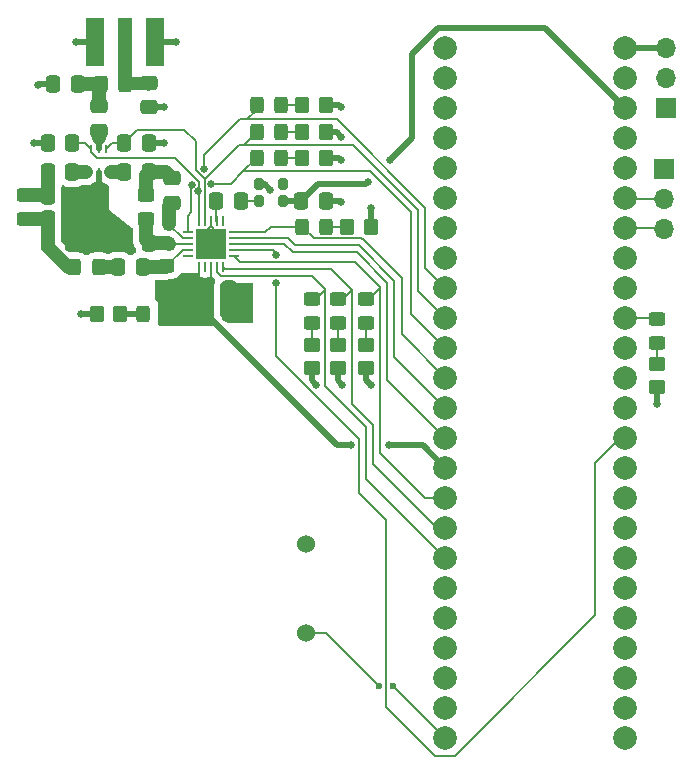
<source format=gbr>
%TF.GenerationSoftware,KiCad,Pcbnew,8.0.2-1*%
%TF.CreationDate,2024-12-19T12:34:36-05:00*%
%TF.ProjectId,low_power_module,6c6f775f-706f-4776-9572-5f6d6f64756c,rev?*%
%TF.SameCoordinates,Original*%
%TF.FileFunction,Copper,L1,Top*%
%TF.FilePolarity,Positive*%
%FSLAX46Y46*%
G04 Gerber Fmt 4.6, Leading zero omitted, Abs format (unit mm)*
G04 Created by KiCad (PCBNEW 8.0.2-1) date 2024-12-19 12:34:36*
%MOMM*%
%LPD*%
G01*
G04 APERTURE LIST*
G04 Aperture macros list*
%AMRoundRect*
0 Rectangle with rounded corners*
0 $1 Rounding radius*
0 $2 $3 $4 $5 $6 $7 $8 $9 X,Y pos of 4 corners*
0 Add a 4 corners polygon primitive as box body*
4,1,4,$2,$3,$4,$5,$6,$7,$8,$9,$2,$3,0*
0 Add four circle primitives for the rounded corners*
1,1,$1+$1,$2,$3*
1,1,$1+$1,$4,$5*
1,1,$1+$1,$6,$7*
1,1,$1+$1,$8,$9*
0 Add four rect primitives between the rounded corners*
20,1,$1+$1,$2,$3,$4,$5,0*
20,1,$1+$1,$4,$5,$6,$7,0*
20,1,$1+$1,$6,$7,$8,$9,0*
20,1,$1+$1,$8,$9,$2,$3,0*%
G04 Aperture macros list end*
%TA.AperFunction,SMDPad,CuDef*%
%ADD10RoundRect,0.250000X0.337500X0.475000X-0.337500X0.475000X-0.337500X-0.475000X0.337500X-0.475000X0*%
%TD*%
%TA.AperFunction,ComponentPad*%
%ADD11C,1.524000*%
%TD*%
%TA.AperFunction,SMDPad,CuDef*%
%ADD12RoundRect,0.062500X0.062500X-0.262500X0.062500X0.262500X-0.062500X0.262500X-0.062500X-0.262500X0*%
%TD*%
%TA.AperFunction,SMDPad,CuDef*%
%ADD13RoundRect,0.250000X0.450000X-0.325000X0.450000X0.325000X-0.450000X0.325000X-0.450000X-0.325000X0*%
%TD*%
%TA.AperFunction,SMDPad,CuDef*%
%ADD14RoundRect,0.250000X-0.350000X-0.450000X0.350000X-0.450000X0.350000X0.450000X-0.350000X0.450000X0*%
%TD*%
%TA.AperFunction,SMDPad,CuDef*%
%ADD15RoundRect,0.250000X-0.325000X-0.450000X0.325000X-0.450000X0.325000X0.450000X-0.325000X0.450000X0*%
%TD*%
%TA.AperFunction,SMDPad,CuDef*%
%ADD16RoundRect,0.250000X-0.337500X-0.475000X0.337500X-0.475000X0.337500X0.475000X-0.337500X0.475000X0*%
%TD*%
%TA.AperFunction,SMDPad,CuDef*%
%ADD17RoundRect,0.062500X-0.362500X-0.062500X0.362500X-0.062500X0.362500X0.062500X-0.362500X0.062500X0*%
%TD*%
%TA.AperFunction,SMDPad,CuDef*%
%ADD18RoundRect,0.062500X-0.062500X-0.362500X0.062500X-0.362500X0.062500X0.362500X-0.062500X0.362500X0*%
%TD*%
%TA.AperFunction,HeatsinkPad*%
%ADD19C,0.600000*%
%TD*%
%TA.AperFunction,HeatsinkPad*%
%ADD20R,2.600000X2.600000*%
%TD*%
%TA.AperFunction,SMDPad,CuDef*%
%ADD21RoundRect,0.250000X0.325000X0.450000X-0.325000X0.450000X-0.325000X-0.450000X0.325000X-0.450000X0*%
%TD*%
%TA.AperFunction,SMDPad,CuDef*%
%ADD22RoundRect,0.250000X-0.450000X0.350000X-0.450000X-0.350000X0.450000X-0.350000X0.450000X0.350000X0*%
%TD*%
%TA.AperFunction,ComponentPad*%
%ADD23R,1.700000X1.700000*%
%TD*%
%TA.AperFunction,ComponentPad*%
%ADD24O,1.700000X1.700000*%
%TD*%
%TA.AperFunction,ComponentPad*%
%ADD25C,2.000000*%
%TD*%
%TA.AperFunction,SMDPad,CuDef*%
%ADD26RoundRect,0.250000X-0.475000X0.337500X-0.475000X-0.337500X0.475000X-0.337500X0.475000X0.337500X0*%
%TD*%
%TA.AperFunction,SMDPad,CuDef*%
%ADD27RoundRect,0.250000X-0.450000X0.325000X-0.450000X-0.325000X0.450000X-0.325000X0.450000X0.325000X0*%
%TD*%
%TA.AperFunction,SMDPad,CuDef*%
%ADD28RoundRect,0.250000X0.475000X-0.337500X0.475000X0.337500X-0.475000X0.337500X-0.475000X-0.337500X0*%
%TD*%
%TA.AperFunction,SMDPad,CuDef*%
%ADD29RoundRect,0.237500X0.237500X-0.287500X0.237500X0.287500X-0.237500X0.287500X-0.237500X-0.287500X0*%
%TD*%
%TA.AperFunction,SMDPad,CuDef*%
%ADD30RoundRect,0.200000X0.200000X0.300000X-0.200000X0.300000X-0.200000X-0.300000X0.200000X-0.300000X0*%
%TD*%
%TA.AperFunction,SMDPad,CuDef*%
%ADD31R,1.270000X4.064000*%
%TD*%
%TA.AperFunction,SMDPad,CuDef*%
%ADD32R,1.524000X4.064000*%
%TD*%
%TA.AperFunction,SMDPad,CuDef*%
%ADD33RoundRect,0.250000X0.350000X0.450000X-0.350000X0.450000X-0.350000X-0.450000X0.350000X-0.450000X0*%
%TD*%
%TA.AperFunction,ViaPad*%
%ADD34C,0.635000*%
%TD*%
%TA.AperFunction,ViaPad*%
%ADD35C,0.600000*%
%TD*%
%TA.AperFunction,Conductor*%
%ADD36C,0.152400*%
%TD*%
%TA.AperFunction,Conductor*%
%ADD37C,1.201900*%
%TD*%
%TA.AperFunction,Conductor*%
%ADD38C,0.508000*%
%TD*%
%TA.AperFunction,Conductor*%
%ADD39C,1.101480*%
%TD*%
%TA.AperFunction,Conductor*%
%ADD40C,0.200000*%
%TD*%
G04 APERTURE END LIST*
D10*
%TO.P,CM2,1*%
%TO.N,Net-(CB3-Pad2)*%
X115700000Y-71250000D03*
%TO.P,CM2,2*%
%TO.N,GND*%
X113625000Y-71250000D03*
%TD*%
D11*
%TO.P,BZ1,1,+*%
%TO.N,Net-(BZ1-+)*%
X135000000Y-117750000D03*
%TO.P,BZ1,2,-*%
%TO.N,GND*%
X135000000Y-110250000D03*
%TD*%
D12*
%TO.P,RFS1,1,RF1*%
%TO.N,Net-(RFS1-RF1)*%
X116800000Y-78750000D03*
%TO.P,RFS1,2,GND*%
%TO.N,GND*%
X117450000Y-78750000D03*
%TO.P,RFS1,3,RF2*%
%TO.N,Net-(RFS1-RF2)*%
X118100000Y-78750000D03*
%TO.P,RFS1,4,VC2*%
%TO.N,GPIO2*%
X118100000Y-76750000D03*
%TO.P,RFS1,5,RFC*%
%TO.N,Net-(RFS1-RFC)*%
X117450000Y-76750000D03*
%TO.P,RFS1,6,VC1*%
%TO.N,GPIO3*%
X116800000Y-76750000D03*
%TD*%
D10*
%TO.P,CB2,1*%
%TO.N,RF1*%
X121700000Y-78750000D03*
%TO.P,CB2,2*%
%TO.N,Net-(RFS1-RF2)*%
X119625000Y-78750000D03*
%TD*%
D13*
%TO.P,LM1,1,1*%
%TO.N,Net-(CM1-Pad1)*%
X111200000Y-82750000D03*
%TO.P,LM1,2,2*%
%TO.N,RF2*%
X111200000Y-80700000D03*
%TD*%
D14*
%TO.P,R8,1*%
%TO.N,Net-(GPIO3-A)*%
X134700000Y-77550000D03*
%TO.P,R8,2*%
%TO.N,GND*%
X136700000Y-77550000D03*
%TD*%
D15*
%TO.P,CS1,1,K*%
%TO.N,CS*%
X134650000Y-83350000D03*
%TO.P,CS1,2,A*%
%TO.N,Net-(CS1-A)*%
X136700000Y-83350000D03*
%TD*%
D14*
%TO.P,R3,1*%
%TO.N,Net-(CS1-A)*%
X138500000Y-83350000D03*
%TO.P,R3,2*%
%TO.N,GND*%
X140500000Y-83350000D03*
%TD*%
D16*
%TO.P,CM4,1*%
%TO.N,Net-(CM1-Pad1)*%
X113125000Y-84750000D03*
%TO.P,CM4,2*%
%TO.N,GND*%
X115200000Y-84750000D03*
%TD*%
D17*
%TO.P,U1,1,SDN*%
%TO.N,SDN*%
X125025000Y-83825000D03*
%TO.P,U1,2,RXp*%
%TO.N,RXp*%
X125025000Y-84325000D03*
%TO.P,U1,3,RXn*%
%TO.N,RXn*%
X125025000Y-84825000D03*
%TO.P,U1,4,TX*%
%TO.N,TX*%
X125025000Y-85325000D03*
%TO.P,U1,5,NC*%
%TO.N,unconnected-(U1-NC-Pad5)*%
X125025000Y-85825000D03*
D18*
%TO.P,U1,6,VDD*%
%TO.N,+3.3V*%
X125950000Y-86750000D03*
%TO.P,U1,7,TXRAMP*%
%TO.N,unconnected-(U1-TXRAMP-Pad7)*%
X126450000Y-86750000D03*
%TO.P,U1,8,VDD*%
%TO.N,+3.3V*%
X126950000Y-86750000D03*
%TO.P,U1,9,GPIO0*%
%TO.N,GPIO0*%
X127450000Y-86750000D03*
%TO.P,U1,10,GPIO1*%
%TO.N,GPIO1*%
X127950000Y-86750000D03*
D17*
%TO.P,U1,11,~{IRQ}*%
%TO.N,IRQ*%
X128875000Y-85825000D03*
%TO.P,U1,12,SCLK*%
%TO.N,SCLK*%
X128875000Y-85325000D03*
%TO.P,U1,13,SDO*%
%TO.N,MISO*%
X128875000Y-84825000D03*
%TO.P,U1,14,SDI*%
%TO.N,MOSI*%
X128875000Y-84325000D03*
%TO.P,U1,15,~{SEL}*%
%TO.N,CS*%
X128875000Y-83825000D03*
D18*
%TO.P,U1,16,XOUT*%
%TO.N,unconnected-(U1-XOUT-Pad16)*%
X127950000Y-82900000D03*
%TO.P,U1,17,XIN*%
%TO.N,XO_IN*%
X127450000Y-82900000D03*
%TO.P,U1,18,GND*%
%TO.N,GND*%
X126950000Y-82900000D03*
%TO.P,U1,19,GPIO2*%
%TO.N,GPIO2*%
X126450000Y-82900000D03*
%TO.P,U1,20,GPIO3*%
%TO.N,GPIO3*%
X125950000Y-82900000D03*
D19*
%TO.P,U1,21,GND*%
%TO.N,GND*%
X125950000Y-83825000D03*
X125950000Y-85825000D03*
D20*
X126950000Y-84825000D03*
D19*
X127950000Y-83825000D03*
X127950000Y-85825000D03*
%TD*%
D21*
%TO.P,VCC1,1,K*%
%TO.N,+3.3V*%
X123300000Y-90750000D03*
%TO.P,VCC1,2,A*%
%TO.N,Net-(VCC1-A)*%
X121250000Y-90750000D03*
%TD*%
D22*
%TO.P,R7,1*%
%TO.N,Net-(GPIO0-A)*%
X135500000Y-93350000D03*
%TO.P,R7,2*%
%TO.N,GND*%
X135500000Y-95350000D03*
%TD*%
%TO.P,R9,1*%
%TO.N,Net-(STAT1-A)*%
X164700000Y-94950000D03*
%TO.P,R9,2*%
%TO.N,GND*%
X164700000Y-96950000D03*
%TD*%
D10*
%TO.P,CD1,1*%
%TO.N,GND*%
X128500000Y-88650000D03*
%TO.P,CD1,2*%
%TO.N,+3.3V*%
X126425000Y-88650000D03*
%TD*%
D15*
%TO.P,GPIO3,1,K*%
%TO.N,GPIO3*%
X130850000Y-77550000D03*
%TO.P,GPIO3,2,A*%
%TO.N,Net-(GPIO3-A)*%
X132900000Y-77550000D03*
%TD*%
D10*
%TO.P,CD0,1*%
%TO.N,GND*%
X128500000Y-90650000D03*
%TO.P,CD0,2*%
%TO.N,+3.3V*%
X126425000Y-90650000D03*
%TD*%
D22*
%TO.P,R4,1*%
%TO.N,Net-(IRQ1-A)*%
X140100000Y-93350000D03*
%TO.P,R4,2*%
%TO.N,GND*%
X140100000Y-95350000D03*
%TD*%
%TO.P,R2,1*%
%TO.N,Net-(GPIO1-A)*%
X137700000Y-93350000D03*
%TO.P,R2,2*%
%TO.N,GND*%
X137700000Y-95350000D03*
%TD*%
D23*
%TO.P,J3,1,Pin_1*%
%TO.N,GND*%
X165300000Y-78470000D03*
D24*
%TO.P,J3,2,Pin_2*%
%TO.N,SRX*%
X165300000Y-81010000D03*
%TO.P,J3,3,Pin_3*%
%TO.N,STX*%
X165300000Y-83550000D03*
%TD*%
D14*
%TO.P,R5,1*%
%TO.N,Net-(SDN1-A)*%
X134700000Y-73050000D03*
%TO.P,R5,2*%
%TO.N,GND*%
X136700000Y-73050000D03*
%TD*%
D16*
%TO.P,CB0,1*%
%TO.N,XO_IN*%
X127425000Y-81150000D03*
%TO.P,CB0,2*%
%TO.N,Net-(TCXO2-OUTPUT)*%
X129500000Y-81150000D03*
%TD*%
D25*
%TO.P,Teensy4.1,0,RX1*%
%TO.N,unconnected-(Teensy4.1-RX1-Pad0)*%
X146760000Y-70750000D03*
%TO.P,Teensy4.1,1,TX1*%
%TO.N,unconnected-(Teensy4.1-TX1-Pad1)*%
X146760000Y-73290000D03*
%TO.P,Teensy4.1,2,PWM*%
%TO.N,unconnected-(Teensy4.1-PWM-Pad2)*%
X146760000Y-75830000D03*
%TO.P,Teensy4.1,3,PWM*%
%TO.N,unconnected-(Teensy4.1-PWM-Pad3)*%
X146760000Y-78370000D03*
%TO.P,Teensy4.1,3V,3.3V*%
%TO.N,+3.3V*%
X146760000Y-103770000D03*
%TO.P,Teensy4.1,3V1,3.3V*%
%TO.N,+3.3V1*%
X162000000Y-73290000D03*
%TO.P,Teensy4.1,4,PWM*%
%TO.N,unconnected-(Teensy4.1-PWM-Pad4)*%
X146760000Y-80910000D03*
%TO.P,Teensy4.1,5,PWM*%
%TO.N,unconnected-(Teensy4.1-PWM-Pad5)*%
X146760000Y-83450000D03*
%TO.P,Teensy4.1,5V,VIN*%
%TO.N,Net-(J2-Pin_3)*%
X162000000Y-68210000D03*
%TO.P,Teensy4.1,6,PWM*%
%TO.N,unconnected-(Teensy4.1-PWM-Pad6)*%
X146760000Y-85990000D03*
%TO.P,Teensy4.1,7,RX2*%
%TO.N,SDN*%
X146760000Y-88530000D03*
%TO.P,Teensy4.1,8,TX2*%
%TO.N,GPIO2*%
X146760000Y-91070000D03*
%TO.P,Teensy4.1,9,PWM*%
%TO.N,GPIO3*%
X146760000Y-93610000D03*
%TO.P,Teensy4.1,10,CS*%
%TO.N,CS*%
X146760000Y-96150000D03*
%TO.P,Teensy4.1,11,MOSI*%
%TO.N,MOSI*%
X146760000Y-98690000D03*
%TO.P,Teensy4.1,12,MISO*%
%TO.N,MISO*%
X146760000Y-101230000D03*
%TO.P,Teensy4.1,13,SCK*%
%TO.N,SCLK*%
X162000000Y-101230000D03*
%TO.P,Teensy4.1,14,A0*%
%TO.N,unconnected-(Teensy4.1-A0-Pad14)*%
X162000000Y-98690000D03*
%TO.P,Teensy4.1,15,A1*%
%TO.N,unconnected-(Teensy4.1-A1-Pad15)*%
X162000000Y-96150000D03*
%TO.P,Teensy4.1,16,A2*%
%TO.N,unconnected-(Teensy4.1-A2-Pad16)*%
X162000000Y-93610000D03*
%TO.P,Teensy4.1,17,A3*%
%TO.N,Net-(STAT1-K)*%
X162000000Y-91070000D03*
%TO.P,Teensy4.1,18,SDA*%
%TO.N,unconnected-(Teensy4.1-SDA-Pad18)*%
X162000000Y-88530000D03*
%TO.P,Teensy4.1,19,SCL*%
%TO.N,unconnected-(Teensy4.1-SCL-Pad19)*%
X162000000Y-85990000D03*
%TO.P,Teensy4.1,20,TX5*%
%TO.N,STX*%
X162000000Y-83450000D03*
%TO.P,Teensy4.1,21,RX5*%
%TO.N,SRX*%
X162000000Y-80910000D03*
%TO.P,Teensy4.1,22,PWM*%
%TO.N,unconnected-(Teensy4.1-PWM-Pad22)*%
X162000000Y-78370000D03*
%TO.P,Teensy4.1,23,PWM*%
%TO.N,unconnected-(Teensy4.1-PWM-Pad23)*%
X162000000Y-75830000D03*
%TO.P,Teensy4.1,24,SCL2*%
%TO.N,IRQ*%
X146760000Y-106310000D03*
%TO.P,Teensy4.1,25,SDA2*%
%TO.N,GPIO1*%
X146760000Y-108850000D03*
%TO.P,Teensy4.1,26,MOSI1*%
%TO.N,GPIO0*%
X146760000Y-111390000D03*
%TO.P,Teensy4.1,27,SCK1*%
%TO.N,unconnected-(Teensy4.1-SCK1-Pad27)*%
X146760000Y-113930000D03*
%TO.P,Teensy4.1,28,RX7*%
%TO.N,unconnected-(Teensy4.1-RX7-Pad28)*%
X146760000Y-116470000D03*
%TO.P,Teensy4.1,29,TX7*%
%TO.N,unconnected-(Teensy4.1-TX7-Pad29)*%
X146760000Y-119010000D03*
%TO.P,Teensy4.1,30,GPIO*%
%TO.N,unconnected-(Teensy4.1-GPIO-Pad30)*%
X146760000Y-121550000D03*
%TO.P,Teensy4.1,31,GPIO*%
%TO.N,unconnected-(Teensy4.1-GPIO-Pad31)*%
X146760000Y-124090000D03*
%TO.P,Teensy4.1,32,GPIO*%
%TO.N,Net-(BZ1-+)*%
X146760000Y-126630000D03*
%TO.P,Teensy4.1,33,PWM*%
%TO.N,unconnected-(Teensy4.1-PWM-Pad33)*%
X162000000Y-126630000D03*
%TO.P,Teensy4.1,34,RX8*%
%TO.N,unconnected-(Teensy4.1-RX8-Pad34)*%
X162000000Y-124090000D03*
%TO.P,Teensy4.1,35,TX8*%
%TO.N,unconnected-(Teensy4.1-TX8-Pad35)*%
X162000000Y-121550000D03*
%TO.P,Teensy4.1,36,PWM*%
%TO.N,unconnected-(Teensy4.1-PWM-Pad36)*%
X162000000Y-119010000D03*
%TO.P,Teensy4.1,37,PWM*%
%TO.N,unconnected-(Teensy4.1-PWM-Pad37)*%
X162000000Y-116470000D03*
%TO.P,Teensy4.1,38,CS1*%
%TO.N,unconnected-(Teensy4.1-CS1-Pad38)*%
X162000000Y-113930000D03*
%TO.P,Teensy4.1,39,MISO1*%
%TO.N,unconnected-(Teensy4.1-MISO1-Pad39)*%
X162000000Y-111390000D03*
%TO.P,Teensy4.1,40,A16*%
%TO.N,unconnected-(Teensy4.1-A16-Pad40)*%
X162000000Y-108850000D03*
%TO.P,Teensy4.1,41,A17*%
%TO.N,unconnected-(Teensy4.1-A17-Pad41)*%
X162000000Y-106310000D03*
%TO.P,Teensy4.1,G,GND*%
%TO.N,GND*%
X146760000Y-68210000D03*
%TO.P,Teensy4.1,G1,GND*%
X162000000Y-70750000D03*
%TO.P,Teensy4.1,G2,GND*%
X162000000Y-103770000D03*
%TD*%
D15*
%TO.P,GPIO2,1,K*%
%TO.N,GPIO2*%
X130850000Y-75350000D03*
%TO.P,GPIO2,2,A*%
%TO.N,Net-(GPIO2-A)*%
X132900000Y-75350000D03*
%TD*%
D13*
%TO.P,LR2,1,1*%
%TO.N,RXn*%
X121450000Y-82750000D03*
%TO.P,LR2,2,2*%
%TO.N,RF1*%
X121450000Y-80700000D03*
%TD*%
D15*
%TO.P,SDN1,1,K*%
%TO.N,SDN*%
X130850000Y-73050000D03*
%TO.P,SDN1,2,A*%
%TO.N,Net-(SDN1-A)*%
X132900000Y-73050000D03*
%TD*%
D26*
%TO.P,CM3,1*%
%TO.N,Net-(J1-In)*%
X121700000Y-71175000D03*
%TO.P,CM3,2*%
%TO.N,GND*%
X121700000Y-73250000D03*
%TD*%
D27*
%TO.P,GPIO0,1,K*%
%TO.N,GPIO0*%
X135500000Y-89500000D03*
%TO.P,GPIO0,2,A*%
%TO.N,Net-(GPIO0-A)*%
X135500000Y-91550000D03*
%TD*%
D16*
%TO.P,CD2,1*%
%TO.N,+3.3V1*%
X134625000Y-81150000D03*
%TO.P,CD2,2*%
%TO.N,GND*%
X136700000Y-81150000D03*
%TD*%
D13*
%TO.P,LChoke1,1,1*%
%TO.N,+3.3V*%
X123200000Y-88750000D03*
%TO.P,LChoke1,2,2*%
%TO.N,TX*%
X123200000Y-86700000D03*
%TD*%
D28*
%TO.P,CB3,1*%
%TO.N,Net-(RFS1-RFC)*%
X117450000Y-75250000D03*
%TO.P,CB3,2*%
%TO.N,Net-(CB3-Pad2)*%
X117450000Y-73175000D03*
%TD*%
D10*
%TO.P,C0,1*%
%TO.N,TX*%
X121200000Y-86750000D03*
%TO.P,C0,2*%
%TO.N,Net-(C0-Pad2)*%
X119125000Y-86750000D03*
%TD*%
D14*
%TO.P,R1,1*%
%TO.N,Net-(GPIO2-A)*%
X134700000Y-75350000D03*
%TO.P,R1,2*%
%TO.N,GND*%
X136700000Y-75350000D03*
%TD*%
D16*
%TO.P,C8,1*%
%TO.N,GND*%
X113125000Y-76250000D03*
%TO.P,C8,2*%
%TO.N,GPIO3*%
X115200000Y-76250000D03*
%TD*%
D29*
%TO.P,LR1,1,1*%
%TO.N,RXn*%
X123450000Y-84850000D03*
%TO.P,LR1,2,2*%
%TO.N,RXp*%
X123450000Y-83100000D03*
%TD*%
D28*
%TO.P,CR2,1*%
%TO.N,RXp*%
X123700000Y-81325000D03*
%TO.P,CR2,2*%
%TO.N,RF1*%
X123700000Y-79250000D03*
%TD*%
D15*
%TO.P,LM3,1,1*%
%TO.N,Net-(CB3-Pad2)*%
X117650000Y-71250000D03*
%TO.P,LM3,2,2*%
%TO.N,Net-(J1-In)*%
X119700000Y-71250000D03*
%TD*%
D30*
%TO.P,TCXO2,1,NC*%
%TO.N,unconnected-(TCXO2-NC-Pad1)*%
X133100000Y-79750000D03*
%TO.P,TCXO2,2,GND*%
%TO.N,GND*%
X131000000Y-79750000D03*
%TO.P,TCXO2,3,OUTPUT*%
%TO.N,Net-(TCXO2-OUTPUT)*%
X131000000Y-81150000D03*
%TO.P,TCXO2,4,VCC*%
%TO.N,+3.3V1*%
X133100000Y-81150000D03*
%TD*%
D31*
%TO.P,J1,1,In*%
%TO.N,Net-(J1-In)*%
X119660000Y-67750000D03*
D32*
%TO.P,J1,2,Ext*%
%TO.N,GND*%
X122200000Y-67750000D03*
X117120000Y-67750000D03*
%TD*%
D23*
%TO.P,J2,1,Pin_1*%
%TO.N,unconnected-(J2-Pin_1-Pad1)*%
X165500000Y-73330000D03*
D24*
%TO.P,J2,2,Pin_2*%
%TO.N,GND*%
X165500000Y-70790000D03*
%TO.P,J2,3,Pin_3*%
%TO.N,Net-(J2-Pin_3)*%
X165500000Y-68250000D03*
%TD*%
D33*
%TO.P,R6,1*%
%TO.N,Net-(VCC1-A)*%
X119275000Y-90750000D03*
%TO.P,R6,2*%
%TO.N,GND*%
X117275000Y-90750000D03*
%TD*%
D21*
%TO.P,L0,1,1*%
%TO.N,Net-(C0-Pad2)*%
X117450000Y-86750000D03*
%TO.P,L0,2,2*%
%TO.N,Net-(CM1-Pad1)*%
X115400000Y-86750000D03*
%TD*%
D16*
%TO.P,C9,1*%
%TO.N,GPIO2*%
X119625000Y-76250000D03*
%TO.P,C9,2*%
%TO.N,GND*%
X121700000Y-76250000D03*
%TD*%
%TO.P,CR1,1*%
%TO.N,GND*%
X119625000Y-84750000D03*
%TO.P,CR1,2*%
%TO.N,RXn*%
X121700000Y-84750000D03*
%TD*%
%TO.P,CM5,1*%
%TO.N,RF2*%
X113125000Y-80750000D03*
%TO.P,CM5,2*%
%TO.N,GND*%
X115200000Y-80750000D03*
%TD*%
%TO.P,CM1,1*%
%TO.N,Net-(CM1-Pad1)*%
X113125000Y-82750000D03*
%TO.P,CM1,2*%
%TO.N,GND*%
X115200000Y-82750000D03*
%TD*%
D27*
%TO.P,STAT1,1,K*%
%TO.N,Net-(STAT1-K)*%
X164700000Y-91150000D03*
%TO.P,STAT1,2,A*%
%TO.N,Net-(STAT1-A)*%
X164700000Y-93200000D03*
%TD*%
%TO.P,GPIO1,1,K*%
%TO.N,GPIO1*%
X137700000Y-89500000D03*
%TO.P,GPIO1,2,A*%
%TO.N,Net-(GPIO1-A)*%
X137700000Y-91550000D03*
%TD*%
D10*
%TO.P,CB1,1*%
%TO.N,Net-(RFS1-RF1)*%
X115200000Y-78750000D03*
%TO.P,CB1,2*%
%TO.N,RF2*%
X113125000Y-78750000D03*
%TD*%
D27*
%TO.P,IRQ1,1,K*%
%TO.N,IRQ*%
X140100000Y-89500000D03*
%TO.P,IRQ1,2,A*%
%TO.N,Net-(IRQ1-A)*%
X140100000Y-91550000D03*
%TD*%
D34*
%TO.N,+3.3V*%
X141998500Y-101887344D03*
X138801500Y-101843915D03*
%TO.N,GPIO3*%
X125903900Y-80350000D03*
X126996100Y-79772001D03*
%TO.N,SDN*%
X126361152Y-78488848D03*
X125344428Y-79795930D03*
%TO.N,SCLK*%
X132500000Y-85803900D03*
X132500000Y-88096100D03*
%TO.N,GND*%
X116500000Y-82750000D03*
X112300000Y-71350000D03*
X117500000Y-79750000D03*
X130000000Y-90750000D03*
X138000000Y-75750000D03*
X112000000Y-76250000D03*
X130000000Y-88750000D03*
X115500000Y-67750000D03*
X123000000Y-76250000D03*
X138000000Y-73250000D03*
X118200000Y-84750000D03*
X135900000Y-96750000D03*
X124000000Y-67750000D03*
X116000000Y-90750000D03*
X132000000Y-80250000D03*
X116500000Y-80750000D03*
X164700000Y-98350000D03*
X140500000Y-96750000D03*
X116500000Y-84750000D03*
X123000000Y-73250000D03*
X138000000Y-81250000D03*
X138100000Y-96750000D03*
X140500000Y-81750000D03*
X138000000Y-77750000D03*
%TO.N,+3.3V1*%
X142093915Y-77756085D03*
X140300000Y-79550000D03*
D35*
%TO.N,Net-(BZ1-+)*%
X141204600Y-122250000D03*
X142357000Y-122250000D03*
%TD*%
D36*
%TO.N,TX*%
X125025000Y-85325000D02*
X124575000Y-85325000D01*
D37*
X123150000Y-86750000D02*
X123200000Y-86700000D01*
D36*
X124575000Y-85325000D02*
X123200000Y-86700000D01*
D37*
X121200000Y-86750000D02*
X123150000Y-86750000D01*
%TO.N,Net-(C0-Pad2)*%
X119125000Y-86750000D02*
X117450000Y-86750000D01*
%TO.N,RF2*%
X113125000Y-80750000D02*
X113125000Y-78750000D01*
X113075000Y-80700000D02*
X113125000Y-80750000D01*
X111200000Y-80700000D02*
X113075000Y-80700000D01*
%TO.N,Net-(RFS1-RF2)*%
X119625000Y-78750000D02*
X118504950Y-78750000D01*
%TO.N,RF1*%
X121700000Y-78750000D02*
X123200000Y-78750000D01*
X121450000Y-79000000D02*
X121700000Y-78750000D01*
X123200000Y-78750000D02*
X123700000Y-79250000D01*
X121450000Y-80700000D02*
X121450000Y-79000000D01*
%TO.N,Net-(RFS1-RF1)*%
X115200000Y-78750000D02*
X116395050Y-78750000D01*
%TO.N,Net-(RFS1-RFC)*%
X117450000Y-75250000D02*
X117450000Y-75852166D01*
D38*
X117450000Y-76750000D02*
X117450000Y-75923172D01*
D36*
%TO.N,+3.3V*%
X126950000Y-88125000D02*
X126425000Y-88650000D01*
X126950000Y-86750000D02*
X126950000Y-88125000D01*
D38*
X146120000Y-103770000D02*
X146760000Y-103770000D01*
X146760000Y-103770000D02*
X144877344Y-101887344D01*
X138801500Y-101843915D02*
X137618915Y-101843915D01*
X144877344Y-101887344D02*
X141998500Y-101887344D01*
D36*
X125950000Y-86750000D02*
X125950000Y-88175000D01*
D38*
X137618915Y-101843915D02*
X126425000Y-90650000D01*
D36*
%TO.N,XO_IN*%
X127425000Y-81150000D02*
X127425000Y-82875000D01*
%TO.N,Net-(TCXO2-OUTPUT)*%
X131000000Y-81150000D02*
X129500000Y-81150000D01*
%TO.N,GPIO3*%
X116800000Y-77050000D02*
X116800000Y-76750000D01*
X128627999Y-79772001D02*
X129708756Y-78691244D01*
X126996100Y-79772001D02*
X128627999Y-79772001D01*
X140441244Y-78691244D02*
X143914400Y-82164400D01*
X125950000Y-82900000D02*
X125950000Y-80350000D01*
X116300000Y-76250000D02*
X115200000Y-76250000D01*
X129708756Y-78691244D02*
X140441244Y-78691244D01*
X125950000Y-80350000D02*
X125903900Y-80350000D01*
X125950000Y-80350000D02*
X125950000Y-79600000D01*
X125950000Y-79600000D02*
X123900000Y-77550000D01*
X123900000Y-77550000D02*
X117300000Y-77550000D01*
X117300000Y-77550000D02*
X116800000Y-77050000D01*
X143914400Y-82164400D02*
X143914400Y-90764400D01*
X143914400Y-90764400D02*
X146760000Y-93610000D01*
X116800000Y-76750000D02*
X116300000Y-76250000D01*
X129708756Y-78691244D02*
X130850000Y-77550000D01*
%TO.N,GPIO2*%
X120731000Y-75144000D02*
X119625000Y-76250000D01*
X126450000Y-79350000D02*
X125700000Y-78600000D01*
X146760000Y-91070000D02*
X144500000Y-88810000D01*
X139000000Y-76450000D02*
X129750000Y-76450000D01*
X144500000Y-88810000D02*
X144500000Y-81950000D01*
X126450000Y-82900000D02*
X126450000Y-79350000D01*
X129350000Y-76450000D02*
X129750000Y-76450000D01*
X125700000Y-76150000D02*
X124694000Y-75144000D01*
X124694000Y-75144000D02*
X120731000Y-75144000D01*
X125700000Y-78600000D02*
X125700000Y-76150000D01*
X118600000Y-76250000D02*
X119625000Y-76250000D01*
X126450000Y-79350000D02*
X129350000Y-76450000D01*
X129750000Y-76450000D02*
X130850000Y-75350000D01*
X144500000Y-81950000D02*
X139000000Y-76450000D01*
X118100000Y-76750000D02*
X118600000Y-76250000D01*
D37*
%TO.N,Net-(CM1-Pad1)*%
X115400000Y-86750000D02*
X114825000Y-86750000D01*
X113125000Y-85050000D02*
X113125000Y-84750000D01*
X113125000Y-84750000D02*
X113125000Y-82750000D01*
X111200000Y-82750000D02*
X113125000Y-82750000D01*
X114825000Y-86750000D02*
X113125000Y-85050000D01*
D39*
%TO.N,Net-(J1-In)*%
X121700000Y-71175000D02*
X119775000Y-71175000D01*
D37*
X119700000Y-71250000D02*
X119700000Y-67790000D01*
D39*
X119775000Y-71175000D02*
X119700000Y-71250000D01*
D37*
X119700000Y-67790000D02*
X119660000Y-67750000D01*
D39*
X121625000Y-71250000D02*
X121700000Y-71175000D01*
D37*
%TO.N,RXn*%
X121700000Y-84750000D02*
X123350000Y-84750000D01*
X121450000Y-84500000D02*
X121700000Y-84750000D01*
X121450000Y-82750000D02*
X121450000Y-84500000D01*
D40*
X125025000Y-84825000D02*
X123475000Y-84825000D01*
D37*
X123350000Y-84750000D02*
X123450000Y-84850000D01*
D40*
%TO.N,RXp*%
X124585614Y-84325000D02*
X123450000Y-83189386D01*
X125025000Y-84325000D02*
X124585614Y-84325000D01*
D37*
X123450000Y-83100000D02*
X123450000Y-81575000D01*
X123450000Y-81575000D02*
X123700000Y-81325000D01*
D36*
%TO.N,CS*%
X143100000Y-92490000D02*
X143100000Y-87750000D01*
X139881704Y-84531704D02*
X139700000Y-84350000D01*
X146760000Y-96150000D02*
X143100000Y-92490000D01*
X143100000Y-87750000D02*
X139881704Y-84531704D01*
X128875000Y-83825000D02*
X131575000Y-83825000D01*
X135650000Y-84350000D02*
X134650000Y-83350000D01*
X132050000Y-83350000D02*
X134650000Y-83350000D01*
X139700000Y-84350000D02*
X135650000Y-84350000D01*
X131575000Y-83825000D02*
X132050000Y-83350000D01*
%TO.N,IRQ*%
X128875000Y-85825000D02*
X129400000Y-86350000D01*
X141300000Y-102550000D02*
X145060000Y-106310000D01*
X140350000Y-89500000D02*
X141300000Y-88550000D01*
X129400000Y-86350000D02*
X139150000Y-86350000D01*
X141300000Y-88500000D02*
X141300000Y-88550000D01*
X140100000Y-89500000D02*
X140350000Y-89500000D01*
X139150000Y-86350000D02*
X141300000Y-88500000D01*
X141300000Y-88550000D02*
X141300000Y-102550000D01*
X145060000Y-106310000D02*
X146760000Y-106310000D01*
%TO.N,SDN*%
X130055394Y-74250000D02*
X130850000Y-73455394D01*
X125300000Y-79840358D02*
X125344428Y-79795930D01*
X126361152Y-77288848D02*
X129400000Y-74250000D01*
X126361152Y-78488848D02*
X126361152Y-77288848D01*
X125025000Y-82425000D02*
X125300000Y-82150000D01*
X125025000Y-83825000D02*
X125025000Y-82425000D01*
X129400000Y-74250000D02*
X130055394Y-74250000D01*
X125300000Y-82150000D02*
X125300000Y-80246028D01*
X130055394Y-74250000D02*
X137600000Y-74250000D01*
X137600000Y-74250000D02*
X145100000Y-81750000D01*
X145100000Y-81750000D02*
X145100000Y-86870000D01*
X125300000Y-80246028D02*
X125300000Y-79840358D01*
X145100000Y-86870000D02*
X146760000Y-88530000D01*
%TO.N,GPIO0*%
X140100000Y-104730000D02*
X140100000Y-100350000D01*
X127450000Y-87161185D02*
X127450000Y-86750000D01*
X146760000Y-111390000D02*
X140100000Y-104730000D01*
X136619000Y-88669000D02*
X135500000Y-87550000D01*
X135500000Y-87550000D02*
X127838815Y-87550000D01*
X135869000Y-89500000D02*
X136619000Y-88750000D01*
X127838815Y-87550000D02*
X127450000Y-87161185D01*
X136619000Y-96869000D02*
X136619000Y-88750000D01*
X140100000Y-100350000D02*
X136619000Y-96869000D01*
X136619000Y-88750000D02*
X136619000Y-88669000D01*
X135500000Y-89500000D02*
X135869000Y-89500000D01*
%TO.N,GPIO1*%
X137100000Y-86950000D02*
X138900000Y-88750000D01*
X138150000Y-89500000D02*
X138900000Y-88750000D01*
X137700000Y-89500000D02*
X138150000Y-89500000D01*
X140700000Y-100150000D02*
X140700000Y-103450000D01*
X128150000Y-86950000D02*
X137100000Y-86950000D01*
X138900000Y-88750000D02*
X138900000Y-98350000D01*
X138900000Y-98350000D02*
X140700000Y-100150000D01*
X127950000Y-86750000D02*
X128150000Y-86950000D01*
X140700000Y-103450000D02*
X146100000Y-108850000D01*
%TO.N,SCLK*%
X162000000Y-100850000D02*
X159500000Y-103350000D01*
X141780800Y-124030800D02*
X141780800Y-108230800D01*
X139500000Y-105950000D02*
X139500000Y-101350000D01*
X159500000Y-116250000D02*
X147600000Y-128150000D01*
X147600000Y-128150000D02*
X145900000Y-128150000D01*
X128875000Y-85325000D02*
X132221100Y-85325000D01*
X132500000Y-85803900D02*
X132500000Y-85603900D01*
X141780800Y-108230800D02*
X139500000Y-105950000D01*
X145900000Y-128150000D02*
X141780800Y-124030800D01*
X132500000Y-94350000D02*
X132500000Y-88096100D01*
X132500000Y-85603900D02*
X132221100Y-85325000D01*
X159500000Y-103350000D02*
X159500000Y-116250000D01*
X139500000Y-101350000D02*
X132500000Y-94350000D01*
%TO.N,MISO*%
X133175000Y-84825000D02*
X128875000Y-84825000D01*
X133900000Y-85550000D02*
X133175000Y-84825000D01*
X141900000Y-88150000D02*
X139300000Y-85550000D01*
X139300000Y-85550000D02*
X133900000Y-85550000D01*
X141900000Y-96370000D02*
X141900000Y-88150000D01*
X146760000Y-101230000D02*
X141900000Y-96370000D01*
%TO.N,MOSI*%
X134100000Y-84950000D02*
X139500000Y-84950000D01*
X142500000Y-87950000D02*
X142500000Y-94430000D01*
X142500000Y-94430000D02*
X146760000Y-98690000D01*
X133475000Y-84325000D02*
X134100000Y-84950000D01*
X139500000Y-84950000D02*
X142500000Y-87950000D01*
X128875000Y-84325000D02*
X133475000Y-84325000D01*
D38*
%TO.N,GND*%
X117450000Y-79700000D02*
X117500000Y-79750000D01*
X137900000Y-81150000D02*
X138000000Y-81250000D01*
X119625000Y-84750000D02*
X118200000Y-84750000D01*
X137800000Y-73050000D02*
X138000000Y-73250000D01*
X135500000Y-96350000D02*
X135900000Y-96750000D01*
X117450000Y-78750000D02*
X117450000Y-79700000D01*
X137800000Y-77550000D02*
X138000000Y-77750000D01*
X112400000Y-71250000D02*
X112300000Y-71350000D01*
X115200000Y-82750000D02*
X116500000Y-82750000D01*
X128500000Y-88650000D02*
X129900000Y-88650000D01*
X137600000Y-75350000D02*
X138000000Y-75750000D01*
X115200000Y-84750000D02*
X116500000Y-84750000D01*
X129900000Y-90650000D02*
X130000000Y-90750000D01*
D36*
X127400001Y-83775000D02*
X126950000Y-83324999D01*
X126950000Y-83324999D02*
X126950000Y-82900000D01*
D38*
X117275000Y-90750000D02*
X116000000Y-90750000D01*
X121700000Y-76250000D02*
X123000000Y-76250000D01*
D36*
X126499999Y-83775000D02*
X126950000Y-83324999D01*
D38*
X140100000Y-95350000D02*
X140100000Y-96350000D01*
X136700000Y-81150000D02*
X137900000Y-81150000D01*
X113125000Y-76250000D02*
X112000000Y-76250000D01*
X140500000Y-83350000D02*
X140500000Y-81750000D01*
X137700000Y-95350000D02*
X137700000Y-96350000D01*
X136700000Y-75350000D02*
X137600000Y-75350000D01*
X164700000Y-96950000D02*
X164700000Y-98350000D01*
X131000000Y-79750000D02*
X131500000Y-79750000D01*
X122200000Y-67750000D02*
X124000000Y-67750000D01*
X117120000Y-67750000D02*
X115500000Y-67750000D01*
X113625000Y-71250000D02*
X112400000Y-71250000D01*
X136700000Y-73050000D02*
X137800000Y-73050000D01*
X129900000Y-88650000D02*
X130000000Y-88750000D01*
X136700000Y-77550000D02*
X137800000Y-77550000D01*
X137700000Y-96350000D02*
X138100000Y-96750000D01*
X135500000Y-95350000D02*
X135500000Y-96350000D01*
X140100000Y-96350000D02*
X140500000Y-96750000D01*
X115200000Y-80750000D02*
X116500000Y-80750000D01*
X121700000Y-73250000D02*
X123000000Y-73250000D01*
X131500000Y-79750000D02*
X132000000Y-80250000D01*
X128500000Y-90650000D02*
X129900000Y-90650000D01*
D37*
%TO.N,Net-(CB3-Pad2)*%
X115700000Y-71250000D02*
X117650000Y-71250000D01*
X117450000Y-73175000D02*
X117450000Y-71450000D01*
X117450000Y-71450000D02*
X117650000Y-71250000D01*
D38*
%TO.N,Net-(J2-Pin_3)*%
X162000000Y-68210000D02*
X165460000Y-68210000D01*
D36*
%TO.N,Net-(CS1-A)*%
X136700000Y-83350000D02*
X138500000Y-83350000D01*
%TO.N,Net-(GPIO0-A)*%
X135500000Y-93350000D02*
X135500000Y-91550000D01*
%TO.N,Net-(GPIO1-A)*%
X137700000Y-93350000D02*
X137700000Y-91550000D01*
%TO.N,Net-(GPIO2-A)*%
X132900000Y-75350000D02*
X134700000Y-75350000D01*
%TO.N,Net-(GPIO3-A)*%
X132900000Y-77550000D02*
X134700000Y-77550000D01*
%TO.N,Net-(IRQ1-A)*%
X140100000Y-93350000D02*
X140100000Y-91550000D01*
%TO.N,Net-(SDN1-A)*%
X132900000Y-73050000D02*
X134700000Y-73050000D01*
D38*
%TO.N,Net-(VCC1-A)*%
X121250000Y-90750000D02*
X119275000Y-90750000D01*
%TO.N,+3.3V1*%
X142093915Y-77756085D02*
X144000000Y-75850000D01*
X144000000Y-75850000D02*
X144000000Y-68750000D01*
X140000000Y-79750000D02*
X136025000Y-79750000D01*
X140000000Y-79750000D02*
X140100000Y-79750000D01*
X155260000Y-66550000D02*
X162000000Y-73290000D01*
X140100000Y-79750000D02*
X140300000Y-79550000D01*
X136025000Y-79750000D02*
X134625000Y-81150000D01*
X146200000Y-66550000D02*
X155260000Y-66550000D01*
X134625000Y-81150000D02*
X133100000Y-81150000D01*
X144000000Y-68750000D02*
X146200000Y-66550000D01*
D40*
%TO.N,Net-(BZ1-+)*%
X141204600Y-122250000D02*
X136704600Y-117750000D01*
X146760000Y-126630000D02*
X142380000Y-122250000D01*
X142380000Y-122250000D02*
X142357000Y-122250000D01*
X136704600Y-117750000D02*
X135000000Y-117750000D01*
%TO.N,Net-(STAT1-A)*%
X164700000Y-93200000D02*
X164700000Y-94950000D01*
%TO.N,Net-(STAT1-K)*%
X162000000Y-91070000D02*
X164620000Y-91070000D01*
%TO.N,SRX*%
X165300000Y-81010000D02*
X162100000Y-81010000D01*
%TO.N,STX*%
X162000000Y-83450000D02*
X165200000Y-83450000D01*
%TD*%
%TA.AperFunction,Conductor*%
%TO.N,GND*%
G36*
X117583266Y-79369685D02*
G01*
X117616543Y-79401112D01*
X117664811Y-79467547D01*
X117787403Y-79590139D01*
X117927664Y-79692045D01*
X118082140Y-79770754D01*
X118214319Y-79813701D01*
X118271994Y-79853139D01*
X118299192Y-79917497D01*
X118300000Y-79931632D01*
X118300000Y-81950000D01*
X118299999Y-81950000D01*
X119499369Y-82849527D01*
X120298950Y-83449213D01*
X120340771Y-83505183D01*
X120348550Y-83548412D01*
X120348550Y-84586691D01*
X120375670Y-84757924D01*
X120429247Y-84922814D01*
X120472613Y-85007924D01*
X120507955Y-85077286D01*
X120588318Y-85187896D01*
X120611798Y-85253701D01*
X120612000Y-85260774D01*
X120612000Y-85274998D01*
X120612001Y-85275018D01*
X120622501Y-85377797D01*
X120622503Y-85377806D01*
X120639062Y-85427780D01*
X120641463Y-85497608D01*
X120605731Y-85557649D01*
X120560363Y-85584487D01*
X120543167Y-85590185D01*
X120393842Y-85682289D01*
X120362451Y-85713681D01*
X120301128Y-85747166D01*
X120274770Y-85750000D01*
X120050230Y-85750000D01*
X119983191Y-85730315D01*
X119962549Y-85713681D01*
X119931157Y-85682289D01*
X119931156Y-85682288D01*
X119781834Y-85590186D01*
X119615297Y-85535001D01*
X119615295Y-85535000D01*
X119512510Y-85524500D01*
X118737498Y-85524500D01*
X118737480Y-85524501D01*
X118634703Y-85535000D01*
X118634700Y-85535001D01*
X118468168Y-85590185D01*
X118468159Y-85590189D01*
X118403472Y-85630089D01*
X118338376Y-85648550D01*
X118183592Y-85648550D01*
X118118496Y-85630089D01*
X118094340Y-85615189D01*
X118094335Y-85615187D01*
X118094334Y-85615186D01*
X117927797Y-85560001D01*
X117927795Y-85560000D01*
X117825010Y-85549500D01*
X117074998Y-85549500D01*
X117074980Y-85549501D01*
X116972203Y-85560000D01*
X116972200Y-85560001D01*
X116805668Y-85615185D01*
X116805663Y-85615187D01*
X116656342Y-85707289D01*
X116649951Y-85713681D01*
X116588628Y-85747166D01*
X116562270Y-85750000D01*
X116287730Y-85750000D01*
X116220691Y-85730315D01*
X116200049Y-85713681D01*
X116193657Y-85707289D01*
X116193656Y-85707288D01*
X116068496Y-85630089D01*
X116044336Y-85615187D01*
X116044331Y-85615185D01*
X116042862Y-85614698D01*
X115877797Y-85560001D01*
X115877795Y-85560000D01*
X115775016Y-85549500D01*
X115775009Y-85549500D01*
X115233548Y-85549500D01*
X115166509Y-85529815D01*
X115145867Y-85513181D01*
X114336319Y-84703633D01*
X114302834Y-84642310D01*
X114300000Y-84615952D01*
X114300000Y-79982002D01*
X114319685Y-79914963D01*
X114372489Y-79869208D01*
X114441647Y-79859264D01*
X114489097Y-79876464D01*
X114543157Y-79909809D01*
X114543160Y-79909810D01*
X114543166Y-79909814D01*
X114709703Y-79964999D01*
X114812491Y-79975500D01*
X115587508Y-79975499D01*
X115587516Y-79975498D01*
X115587519Y-79975498D01*
X115643802Y-79969748D01*
X115690297Y-79964999D01*
X115856834Y-79909814D01*
X115895432Y-79886006D01*
X115921528Y-79869911D01*
X115986624Y-79851450D01*
X116481741Y-79851450D01*
X116652974Y-79824329D01*
X116685683Y-79813701D01*
X116817860Y-79770754D01*
X116972336Y-79692045D01*
X117112597Y-79590139D01*
X117235189Y-79467547D01*
X117283456Y-79401112D01*
X117338785Y-79358449D01*
X117383773Y-79350000D01*
X117516227Y-79350000D01*
X117583266Y-79369685D01*
G37*
%TD.AperFunction*%
%TD*%
%TA.AperFunction,Conductor*%
%TO.N,GND*%
G36*
X130493039Y-88146385D02*
G01*
X130538794Y-88199189D01*
X130550000Y-88250700D01*
X130550000Y-91426000D01*
X130530315Y-91493039D01*
X130477511Y-91538794D01*
X130426000Y-91550000D01*
X128443387Y-91550000D01*
X128376348Y-91530315D01*
X128355706Y-91513681D01*
X127786319Y-90944294D01*
X127752834Y-90882971D01*
X127750000Y-90856613D01*
X127750000Y-88250700D01*
X127769685Y-88183661D01*
X127822489Y-88137906D01*
X127874000Y-88126700D01*
X130426000Y-88126700D01*
X130493039Y-88146385D01*
G37*
%TD.AperFunction*%
%TD*%
%TA.AperFunction,Conductor*%
%TO.N,+3.3V*%
G36*
X125819253Y-87269685D02*
G01*
X125865008Y-87322489D01*
X125866775Y-87326548D01*
X125895718Y-87396424D01*
X125895718Y-87396425D01*
X125895720Y-87396428D01*
X125895721Y-87396429D01*
X125985964Y-87514036D01*
X126103571Y-87604279D01*
X126240528Y-87661009D01*
X126350599Y-87675500D01*
X126549400Y-87675499D01*
X126549403Y-87675499D01*
X126659463Y-87661011D01*
X126659467Y-87661009D01*
X126659472Y-87661009D01*
X126796429Y-87604279D01*
X126869202Y-87548437D01*
X126934371Y-87523243D01*
X127002816Y-87537281D01*
X127032370Y-87559132D01*
X127295834Y-87822596D01*
X127329319Y-87883919D01*
X127324335Y-87953611D01*
X127320947Y-87961790D01*
X127284663Y-88041237D01*
X127264976Y-88108282D01*
X127244500Y-88250701D01*
X127244500Y-90856615D01*
X127247397Y-90910663D01*
X127247397Y-90910664D01*
X127250229Y-90936997D01*
X127250232Y-90937024D01*
X127258885Y-90990420D01*
X127258885Y-90990422D01*
X127309166Y-91125227D01*
X127309168Y-91125232D01*
X127342653Y-91186555D01*
X127342654Y-91186557D01*
X127419577Y-91289314D01*
X127438016Y-91324619D01*
X127477686Y-91444334D01*
X127477687Y-91444336D01*
X127481537Y-91450577D01*
X127500000Y-91515677D01*
X127500000Y-91626000D01*
X127480315Y-91693039D01*
X127427511Y-91738794D01*
X127376000Y-91750000D01*
X122624000Y-91750000D01*
X122556961Y-91730315D01*
X122511206Y-91677511D01*
X122500000Y-91626000D01*
X122500000Y-89749999D01*
X122255217Y-89586811D01*
X122210356Y-89533246D01*
X122200000Y-89483637D01*
X122200000Y-87975450D01*
X122219685Y-87908411D01*
X122272489Y-87862656D01*
X122324000Y-87851450D01*
X123236691Y-87851450D01*
X123331818Y-87836382D01*
X123407924Y-87824329D01*
X123539528Y-87781568D01*
X123577846Y-87775499D01*
X123700002Y-87775499D01*
X123700008Y-87775499D01*
X123802797Y-87764999D01*
X123829067Y-87756293D01*
X123868071Y-87750000D01*
X124000000Y-87750000D01*
X124463681Y-87286319D01*
X124525004Y-87252834D01*
X124551362Y-87250000D01*
X125752214Y-87250000D01*
X125819253Y-87269685D01*
G37*
%TD.AperFunction*%
%TD*%
M02*

</source>
